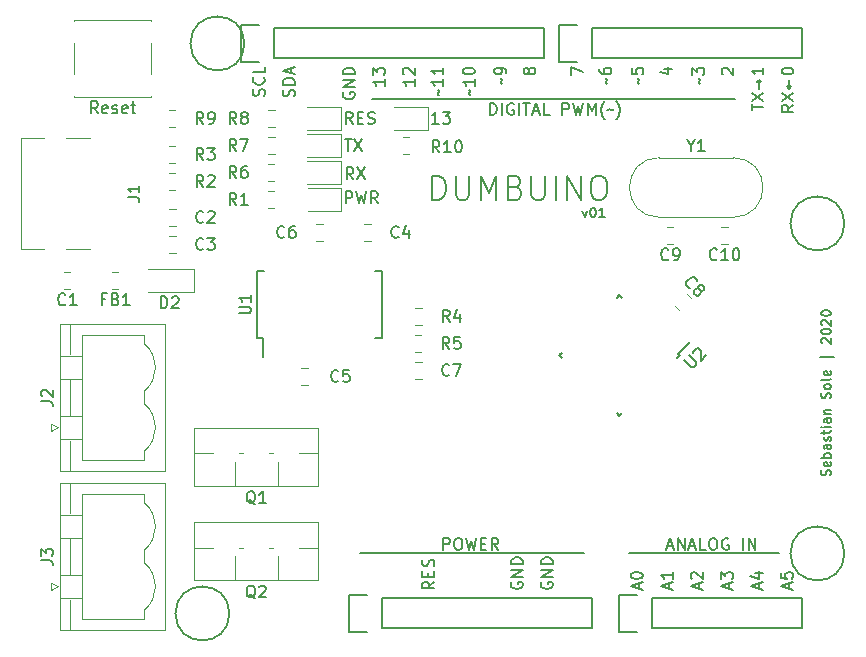
<source format=gbr>
%TF.GenerationSoftware,KiCad,Pcbnew,5.1.6*%
%TF.CreationDate,2020-09-23T15:23:14+12:00*%
%TF.ProjectId,dumbuino,64756d62-7569-46e6-9f2e-6b696361645f,v01*%
%TF.SameCoordinates,Original*%
%TF.FileFunction,Legend,Top*%
%TF.FilePolarity,Positive*%
%FSLAX46Y46*%
G04 Gerber Fmt 4.6, Leading zero omitted, Abs format (unit mm)*
G04 Created by KiCad (PCBNEW 5.1.6) date 2020-09-23 15:23:14*
%MOMM*%
%LPD*%
G01*
G04 APERTURE LIST*
%ADD10C,0.152400*%
%ADD11C,0.200000*%
%ADD12C,0.150000*%
%ADD13C,0.120000*%
G04 APERTURE END LIST*
D10*
X157147380Y-89741828D02*
X157340904Y-90283695D01*
X157534428Y-89741828D01*
X157998885Y-89470895D02*
X158076295Y-89470895D01*
X158153704Y-89509600D01*
X158192409Y-89548304D01*
X158231114Y-89625714D01*
X158269819Y-89780533D01*
X158269819Y-89974057D01*
X158231114Y-90128876D01*
X158192409Y-90206285D01*
X158153704Y-90244990D01*
X158076295Y-90283695D01*
X157998885Y-90283695D01*
X157921476Y-90244990D01*
X157882771Y-90206285D01*
X157844066Y-90128876D01*
X157805361Y-89974057D01*
X157805361Y-89780533D01*
X157844066Y-89625714D01*
X157882771Y-89548304D01*
X157921476Y-89509600D01*
X157998885Y-89470895D01*
X159043914Y-90283695D02*
X158579457Y-90283695D01*
X158811685Y-90283695D02*
X158811685Y-89470895D01*
X158734276Y-89587009D01*
X158656866Y-89664419D01*
X158579457Y-89703123D01*
X178128990Y-112143298D02*
X178167695Y-112027183D01*
X178167695Y-111833660D01*
X178128990Y-111756250D01*
X178090285Y-111717545D01*
X178012876Y-111678840D01*
X177935466Y-111678840D01*
X177858057Y-111717545D01*
X177819352Y-111756250D01*
X177780647Y-111833660D01*
X177741942Y-111988479D01*
X177703238Y-112065888D01*
X177664533Y-112104593D01*
X177587123Y-112143298D01*
X177509714Y-112143298D01*
X177432304Y-112104593D01*
X177393600Y-112065888D01*
X177354895Y-111988479D01*
X177354895Y-111794955D01*
X177393600Y-111678840D01*
X178128990Y-111020860D02*
X178167695Y-111098269D01*
X178167695Y-111253088D01*
X178128990Y-111330498D01*
X178051580Y-111369202D01*
X177741942Y-111369202D01*
X177664533Y-111330498D01*
X177625828Y-111253088D01*
X177625828Y-111098269D01*
X177664533Y-111020860D01*
X177741942Y-110982155D01*
X177819352Y-110982155D01*
X177896761Y-111369202D01*
X178167695Y-110633812D02*
X177354895Y-110633812D01*
X177664533Y-110633812D02*
X177625828Y-110556402D01*
X177625828Y-110401583D01*
X177664533Y-110324174D01*
X177703238Y-110285469D01*
X177780647Y-110246764D01*
X178012876Y-110246764D01*
X178090285Y-110285469D01*
X178128990Y-110324174D01*
X178167695Y-110401583D01*
X178167695Y-110556402D01*
X178128990Y-110633812D01*
X178167695Y-109550079D02*
X177741942Y-109550079D01*
X177664533Y-109588783D01*
X177625828Y-109666193D01*
X177625828Y-109821012D01*
X177664533Y-109898421D01*
X178128990Y-109550079D02*
X178167695Y-109627488D01*
X178167695Y-109821012D01*
X178128990Y-109898421D01*
X178051580Y-109937126D01*
X177974171Y-109937126D01*
X177896761Y-109898421D01*
X177858057Y-109821012D01*
X177858057Y-109627488D01*
X177819352Y-109550079D01*
X178128990Y-109201736D02*
X178167695Y-109124326D01*
X178167695Y-108969507D01*
X178128990Y-108892098D01*
X178051580Y-108853393D01*
X178012876Y-108853393D01*
X177935466Y-108892098D01*
X177896761Y-108969507D01*
X177896761Y-109085621D01*
X177858057Y-109163031D01*
X177780647Y-109201736D01*
X177741942Y-109201736D01*
X177664533Y-109163031D01*
X177625828Y-109085621D01*
X177625828Y-108969507D01*
X177664533Y-108892098D01*
X177625828Y-108621164D02*
X177625828Y-108311526D01*
X177354895Y-108505050D02*
X178051580Y-108505050D01*
X178128990Y-108466345D01*
X178167695Y-108388936D01*
X178167695Y-108311526D01*
X178167695Y-108040593D02*
X177625828Y-108040593D01*
X177354895Y-108040593D02*
X177393600Y-108079298D01*
X177432304Y-108040593D01*
X177393600Y-108001888D01*
X177354895Y-108040593D01*
X177432304Y-108040593D01*
X178167695Y-107305202D02*
X177741942Y-107305202D01*
X177664533Y-107343907D01*
X177625828Y-107421317D01*
X177625828Y-107576136D01*
X177664533Y-107653545D01*
X178128990Y-107305202D02*
X178167695Y-107382612D01*
X178167695Y-107576136D01*
X178128990Y-107653545D01*
X178051580Y-107692250D01*
X177974171Y-107692250D01*
X177896761Y-107653545D01*
X177858057Y-107576136D01*
X177858057Y-107382612D01*
X177819352Y-107305202D01*
X177625828Y-106918155D02*
X178167695Y-106918155D01*
X177703238Y-106918155D02*
X177664533Y-106879450D01*
X177625828Y-106802040D01*
X177625828Y-106685926D01*
X177664533Y-106608517D01*
X177741942Y-106569812D01*
X178167695Y-106569812D01*
X178128990Y-105602193D02*
X178167695Y-105486079D01*
X178167695Y-105292555D01*
X178128990Y-105215145D01*
X178090285Y-105176440D01*
X178012876Y-105137736D01*
X177935466Y-105137736D01*
X177858057Y-105176440D01*
X177819352Y-105215145D01*
X177780647Y-105292555D01*
X177741942Y-105447374D01*
X177703238Y-105524783D01*
X177664533Y-105563488D01*
X177587123Y-105602193D01*
X177509714Y-105602193D01*
X177432304Y-105563488D01*
X177393600Y-105524783D01*
X177354895Y-105447374D01*
X177354895Y-105253850D01*
X177393600Y-105137736D01*
X178167695Y-104673279D02*
X178128990Y-104750688D01*
X178090285Y-104789393D01*
X178012876Y-104828098D01*
X177780647Y-104828098D01*
X177703238Y-104789393D01*
X177664533Y-104750688D01*
X177625828Y-104673279D01*
X177625828Y-104557164D01*
X177664533Y-104479755D01*
X177703238Y-104441050D01*
X177780647Y-104402345D01*
X178012876Y-104402345D01*
X178090285Y-104441050D01*
X178128990Y-104479755D01*
X178167695Y-104557164D01*
X178167695Y-104673279D01*
X178167695Y-103937888D02*
X178128990Y-104015298D01*
X178051580Y-104054002D01*
X177354895Y-104054002D01*
X178128990Y-103318612D02*
X178167695Y-103396021D01*
X178167695Y-103550840D01*
X178128990Y-103628250D01*
X178051580Y-103666955D01*
X177741942Y-103666955D01*
X177664533Y-103628250D01*
X177625828Y-103550840D01*
X177625828Y-103396021D01*
X177664533Y-103318612D01*
X177741942Y-103279907D01*
X177819352Y-103279907D01*
X177896761Y-103666955D01*
X178438628Y-102118764D02*
X177277485Y-102118764D01*
X177432304Y-100957621D02*
X177393600Y-100918917D01*
X177354895Y-100841507D01*
X177354895Y-100647983D01*
X177393600Y-100570574D01*
X177432304Y-100531869D01*
X177509714Y-100493164D01*
X177587123Y-100493164D01*
X177703238Y-100531869D01*
X178167695Y-100996326D01*
X178167695Y-100493164D01*
X177354895Y-99990002D02*
X177354895Y-99912593D01*
X177393600Y-99835183D01*
X177432304Y-99796479D01*
X177509714Y-99757774D01*
X177664533Y-99719069D01*
X177858057Y-99719069D01*
X178012876Y-99757774D01*
X178090285Y-99796479D01*
X178128990Y-99835183D01*
X178167695Y-99912593D01*
X178167695Y-99990002D01*
X178128990Y-100067412D01*
X178090285Y-100106117D01*
X178012876Y-100144821D01*
X177858057Y-100183526D01*
X177664533Y-100183526D01*
X177509714Y-100144821D01*
X177432304Y-100106117D01*
X177393600Y-100067412D01*
X177354895Y-99990002D01*
X177432304Y-99409431D02*
X177393600Y-99370726D01*
X177354895Y-99293317D01*
X177354895Y-99099793D01*
X177393600Y-99022383D01*
X177432304Y-98983679D01*
X177509714Y-98944974D01*
X177587123Y-98944974D01*
X177703238Y-98983679D01*
X178167695Y-99448136D01*
X178167695Y-98944974D01*
X177354895Y-98441812D02*
X177354895Y-98364402D01*
X177393600Y-98286993D01*
X177432304Y-98248288D01*
X177509714Y-98209583D01*
X177664533Y-98170879D01*
X177858057Y-98170879D01*
X178012876Y-98209583D01*
X178090285Y-98248288D01*
X178128990Y-98286993D01*
X178167695Y-98364402D01*
X178167695Y-98441812D01*
X178128990Y-98519221D01*
X178090285Y-98557926D01*
X178012876Y-98596631D01*
X177858057Y-98635336D01*
X177664533Y-98635336D01*
X177509714Y-98596631D01*
X177432304Y-98557926D01*
X177393600Y-98519221D01*
X177354895Y-98441812D01*
D11*
X144431666Y-88788761D02*
X144431666Y-86788761D01*
X144907857Y-86788761D01*
X145193571Y-86884000D01*
X145384047Y-87074476D01*
X145479285Y-87264952D01*
X145574523Y-87645904D01*
X145574523Y-87931619D01*
X145479285Y-88312571D01*
X145384047Y-88503047D01*
X145193571Y-88693523D01*
X144907857Y-88788761D01*
X144431666Y-88788761D01*
X146431666Y-86788761D02*
X146431666Y-88407809D01*
X146526904Y-88598285D01*
X146622142Y-88693523D01*
X146812619Y-88788761D01*
X147193571Y-88788761D01*
X147384047Y-88693523D01*
X147479285Y-88598285D01*
X147574523Y-88407809D01*
X147574523Y-86788761D01*
X148526904Y-88788761D02*
X148526904Y-86788761D01*
X149193571Y-88217333D01*
X149860238Y-86788761D01*
X149860238Y-88788761D01*
X151479285Y-87741142D02*
X151765000Y-87836380D01*
X151860238Y-87931619D01*
X151955476Y-88122095D01*
X151955476Y-88407809D01*
X151860238Y-88598285D01*
X151765000Y-88693523D01*
X151574523Y-88788761D01*
X150812619Y-88788761D01*
X150812619Y-86788761D01*
X151479285Y-86788761D01*
X151669761Y-86884000D01*
X151765000Y-86979238D01*
X151860238Y-87169714D01*
X151860238Y-87360190D01*
X151765000Y-87550666D01*
X151669761Y-87645904D01*
X151479285Y-87741142D01*
X150812619Y-87741142D01*
X152812619Y-86788761D02*
X152812619Y-88407809D01*
X152907857Y-88598285D01*
X153003095Y-88693523D01*
X153193571Y-88788761D01*
X153574523Y-88788761D01*
X153765000Y-88693523D01*
X153860238Y-88598285D01*
X153955476Y-88407809D01*
X153955476Y-86788761D01*
X154907857Y-88788761D02*
X154907857Y-86788761D01*
X155860238Y-88788761D02*
X155860238Y-86788761D01*
X157003095Y-88788761D01*
X157003095Y-86788761D01*
X158336428Y-86788761D02*
X158717380Y-86788761D01*
X158907857Y-86884000D01*
X159098333Y-87074476D01*
X159193571Y-87455428D01*
X159193571Y-88122095D01*
X159098333Y-88503047D01*
X158907857Y-88693523D01*
X158717380Y-88788761D01*
X158336428Y-88788761D01*
X158145952Y-88693523D01*
X157955476Y-88503047D01*
X157860238Y-88122095D01*
X157860238Y-87455428D01*
X157955476Y-87074476D01*
X158145952Y-86884000D01*
X158336428Y-86788761D01*
D10*
X161100000Y-118745000D02*
X173800000Y-118745000D01*
X138300000Y-118745000D02*
X157300000Y-118745000D01*
D12*
X174664666Y-121745285D02*
X174664666Y-121269095D01*
X174950380Y-121840523D02*
X173950380Y-121507190D01*
X174950380Y-121173857D01*
X173950380Y-120364333D02*
X173950380Y-120840523D01*
X174426571Y-120888142D01*
X174378952Y-120840523D01*
X174331333Y-120745285D01*
X174331333Y-120507190D01*
X174378952Y-120411952D01*
X174426571Y-120364333D01*
X174521809Y-120316714D01*
X174759904Y-120316714D01*
X174855142Y-120364333D01*
X174902761Y-120411952D01*
X174950380Y-120507190D01*
X174950380Y-120745285D01*
X174902761Y-120840523D01*
X174855142Y-120888142D01*
X172124666Y-121745285D02*
X172124666Y-121269095D01*
X172410380Y-121840523D02*
X171410380Y-121507190D01*
X172410380Y-121173857D01*
X171743714Y-120411952D02*
X172410380Y-120411952D01*
X171362761Y-120650047D02*
X172077047Y-120888142D01*
X172077047Y-120269095D01*
X169584666Y-121745285D02*
X169584666Y-121269095D01*
X169870380Y-121840523D02*
X168870380Y-121507190D01*
X169870380Y-121173857D01*
X168870380Y-120935761D02*
X168870380Y-120316714D01*
X169251333Y-120650047D01*
X169251333Y-120507190D01*
X169298952Y-120411952D01*
X169346571Y-120364333D01*
X169441809Y-120316714D01*
X169679904Y-120316714D01*
X169775142Y-120364333D01*
X169822761Y-120411952D01*
X169870380Y-120507190D01*
X169870380Y-120792904D01*
X169822761Y-120888142D01*
X169775142Y-120935761D01*
X167044666Y-121745285D02*
X167044666Y-121269095D01*
X167330380Y-121840523D02*
X166330380Y-121507190D01*
X167330380Y-121173857D01*
X166425619Y-120888142D02*
X166378000Y-120840523D01*
X166330380Y-120745285D01*
X166330380Y-120507190D01*
X166378000Y-120411952D01*
X166425619Y-120364333D01*
X166520857Y-120316714D01*
X166616095Y-120316714D01*
X166758952Y-120364333D01*
X167330380Y-120935761D01*
X167330380Y-120316714D01*
X164504666Y-121745285D02*
X164504666Y-121269095D01*
X164790380Y-121840523D02*
X163790380Y-121507190D01*
X164790380Y-121173857D01*
X164790380Y-120316714D02*
X164790380Y-120888142D01*
X164790380Y-120602428D02*
X163790380Y-120602428D01*
X163933238Y-120697666D01*
X164028476Y-120792904D01*
X164076095Y-120888142D01*
X161964666Y-121745285D02*
X161964666Y-121269095D01*
X162250380Y-121840523D02*
X161250380Y-121507190D01*
X162250380Y-121173857D01*
X161250380Y-120650047D02*
X161250380Y-120554809D01*
X161298000Y-120459571D01*
X161345619Y-120411952D01*
X161440857Y-120364333D01*
X161631333Y-120316714D01*
X161869428Y-120316714D01*
X162059904Y-120364333D01*
X162155142Y-120411952D01*
X162202761Y-120459571D01*
X162250380Y-120554809D01*
X162250380Y-120650047D01*
X162202761Y-120745285D01*
X162155142Y-120792904D01*
X162059904Y-120840523D01*
X161869428Y-120888142D01*
X161631333Y-120888142D01*
X161440857Y-120840523D01*
X161345619Y-120792904D01*
X161298000Y-120745285D01*
X161250380Y-120650047D01*
X144597380Y-121126238D02*
X144121190Y-121459571D01*
X144597380Y-121697667D02*
X143597380Y-121697667D01*
X143597380Y-121316714D01*
X143645000Y-121221476D01*
X143692619Y-121173857D01*
X143787857Y-121126238D01*
X143930714Y-121126238D01*
X144025952Y-121173857D01*
X144073571Y-121221476D01*
X144121190Y-121316714D01*
X144121190Y-121697667D01*
X144073571Y-120697667D02*
X144073571Y-120364333D01*
X144597380Y-120221476D02*
X144597380Y-120697667D01*
X143597380Y-120697667D01*
X143597380Y-120221476D01*
X144549761Y-119840524D02*
X144597380Y-119697667D01*
X144597380Y-119459571D01*
X144549761Y-119364333D01*
X144502142Y-119316714D01*
X144406904Y-119269095D01*
X144311666Y-119269095D01*
X144216428Y-119316714D01*
X144168809Y-119364333D01*
X144121190Y-119459571D01*
X144073571Y-119650048D01*
X144025952Y-119745286D01*
X143978333Y-119792905D01*
X143883095Y-119840524D01*
X143787857Y-119840524D01*
X143692619Y-119792905D01*
X143645000Y-119745286D01*
X143597380Y-119650048D01*
X143597380Y-119411952D01*
X143645000Y-119269095D01*
X153678000Y-121173857D02*
X153630380Y-121269095D01*
X153630380Y-121411953D01*
X153678000Y-121554810D01*
X153773238Y-121650048D01*
X153868476Y-121697667D01*
X154058952Y-121745286D01*
X154201809Y-121745286D01*
X154392285Y-121697667D01*
X154487523Y-121650048D01*
X154582761Y-121554810D01*
X154630380Y-121411953D01*
X154630380Y-121316714D01*
X154582761Y-121173857D01*
X154535142Y-121126238D01*
X154201809Y-121126238D01*
X154201809Y-121316714D01*
X154630380Y-120697667D02*
X153630380Y-120697667D01*
X154630380Y-120126238D01*
X153630380Y-120126238D01*
X154630380Y-119650048D02*
X153630380Y-119650048D01*
X153630380Y-119411953D01*
X153678000Y-119269095D01*
X153773238Y-119173857D01*
X153868476Y-119126238D01*
X154058952Y-119078619D01*
X154201809Y-119078619D01*
X154392285Y-119126238D01*
X154487523Y-119173857D01*
X154582761Y-119269095D01*
X154630380Y-119411953D01*
X154630380Y-119650048D01*
X151138000Y-121173857D02*
X151090380Y-121269095D01*
X151090380Y-121411953D01*
X151138000Y-121554810D01*
X151233238Y-121650048D01*
X151328476Y-121697667D01*
X151518952Y-121745286D01*
X151661809Y-121745286D01*
X151852285Y-121697667D01*
X151947523Y-121650048D01*
X152042761Y-121554810D01*
X152090380Y-121411953D01*
X152090380Y-121316714D01*
X152042761Y-121173857D01*
X151995142Y-121126238D01*
X151661809Y-121126238D01*
X151661809Y-121316714D01*
X152090380Y-120697667D02*
X151090380Y-120697667D01*
X152090380Y-120126238D01*
X151090380Y-120126238D01*
X152090380Y-119650048D02*
X151090380Y-119650048D01*
X151090380Y-119411953D01*
X151138000Y-119269095D01*
X151233238Y-119173857D01*
X151328476Y-119126238D01*
X151518952Y-119078619D01*
X151661809Y-119078619D01*
X151852285Y-119126238D01*
X151947523Y-119173857D01*
X152042761Y-119269095D01*
X152090380Y-119411953D01*
X152090380Y-119650048D01*
X145354476Y-118435380D02*
X145354476Y-117435380D01*
X145735428Y-117435380D01*
X145830666Y-117483000D01*
X145878285Y-117530619D01*
X145925904Y-117625857D01*
X145925904Y-117768714D01*
X145878285Y-117863952D01*
X145830666Y-117911571D01*
X145735428Y-117959190D01*
X145354476Y-117959190D01*
X146544952Y-117435380D02*
X146735428Y-117435380D01*
X146830666Y-117483000D01*
X146925904Y-117578238D01*
X146973523Y-117768714D01*
X146973523Y-118102047D01*
X146925904Y-118292523D01*
X146830666Y-118387761D01*
X146735428Y-118435380D01*
X146544952Y-118435380D01*
X146449714Y-118387761D01*
X146354476Y-118292523D01*
X146306857Y-118102047D01*
X146306857Y-117768714D01*
X146354476Y-117578238D01*
X146449714Y-117483000D01*
X146544952Y-117435380D01*
X147306857Y-117435380D02*
X147544952Y-118435380D01*
X147735428Y-117721095D01*
X147925904Y-118435380D01*
X148164000Y-117435380D01*
X148544952Y-117911571D02*
X148878285Y-117911571D01*
X149021142Y-118435380D02*
X148544952Y-118435380D01*
X148544952Y-117435380D01*
X149021142Y-117435380D01*
X150021142Y-118435380D02*
X149687809Y-117959190D01*
X149449714Y-118435380D02*
X149449714Y-117435380D01*
X149830666Y-117435380D01*
X149925904Y-117483000D01*
X149973523Y-117530619D01*
X150021142Y-117625857D01*
X150021142Y-117768714D01*
X149973523Y-117863952D01*
X149925904Y-117911571D01*
X149830666Y-117959190D01*
X149449714Y-117959190D01*
X164312095Y-118149666D02*
X164788285Y-118149666D01*
X164216857Y-118435380D02*
X164550190Y-117435380D01*
X164883523Y-118435380D01*
X165216857Y-118435380D02*
X165216857Y-117435380D01*
X165788285Y-118435380D01*
X165788285Y-117435380D01*
X166216857Y-118149666D02*
X166693047Y-118149666D01*
X166121619Y-118435380D02*
X166454952Y-117435380D01*
X166788285Y-118435380D01*
X167597809Y-118435380D02*
X167121619Y-118435380D01*
X167121619Y-117435380D01*
X168121619Y-117435380D02*
X168312095Y-117435380D01*
X168407333Y-117483000D01*
X168502571Y-117578238D01*
X168550190Y-117768714D01*
X168550190Y-118102047D01*
X168502571Y-118292523D01*
X168407333Y-118387761D01*
X168312095Y-118435380D01*
X168121619Y-118435380D01*
X168026380Y-118387761D01*
X167931142Y-118292523D01*
X167883523Y-118102047D01*
X167883523Y-117768714D01*
X167931142Y-117578238D01*
X168026380Y-117483000D01*
X168121619Y-117435380D01*
X169502571Y-117483000D02*
X169407333Y-117435380D01*
X169264476Y-117435380D01*
X169121619Y-117483000D01*
X169026380Y-117578238D01*
X168978761Y-117673476D01*
X168931142Y-117863952D01*
X168931142Y-118006809D01*
X168978761Y-118197285D01*
X169026380Y-118292523D01*
X169121619Y-118387761D01*
X169264476Y-118435380D01*
X169359714Y-118435380D01*
X169502571Y-118387761D01*
X169550190Y-118340142D01*
X169550190Y-118006809D01*
X169359714Y-118006809D01*
X170740666Y-118435380D02*
X170740666Y-117435380D01*
X171216857Y-118435380D02*
X171216857Y-117435380D01*
X171788285Y-118435380D01*
X171788285Y-117435380D01*
D10*
X139350000Y-80254000D02*
X170100000Y-80254000D01*
D12*
X175013880Y-80763809D02*
X174537690Y-81097143D01*
X175013880Y-81335238D02*
X174013880Y-81335238D01*
X174013880Y-80954285D01*
X174061500Y-80859047D01*
X174109119Y-80811428D01*
X174204357Y-80763809D01*
X174347214Y-80763809D01*
X174442452Y-80811428D01*
X174490071Y-80859047D01*
X174537690Y-80954285D01*
X174537690Y-81335238D01*
X174013880Y-80430476D02*
X175013880Y-79763809D01*
X174013880Y-79763809D02*
X175013880Y-80430476D01*
X174632928Y-78620952D02*
X174632928Y-79382857D01*
X174823404Y-79192381D02*
X174632928Y-79382857D01*
X174442452Y-79192381D01*
X174013880Y-77954285D02*
X174013880Y-77859047D01*
X174061500Y-77763809D01*
X174109119Y-77716190D01*
X174204357Y-77668571D01*
X174394833Y-77620952D01*
X174632928Y-77620952D01*
X174823404Y-77668571D01*
X174918642Y-77716190D01*
X174966261Y-77763809D01*
X175013880Y-77859047D01*
X175013880Y-77954285D01*
X174966261Y-78049524D01*
X174918642Y-78097143D01*
X174823404Y-78144762D01*
X174632928Y-78192381D01*
X174394833Y-78192381D01*
X174204357Y-78144762D01*
X174109119Y-78097143D01*
X174061500Y-78049524D01*
X174013880Y-77954285D01*
X171473880Y-81239999D02*
X171473880Y-80668571D01*
X172473880Y-80954285D02*
X171473880Y-80954285D01*
X171473880Y-80430476D02*
X172473880Y-79763809D01*
X171473880Y-79763809D02*
X172473880Y-80430476D01*
X172092928Y-79382857D02*
X172092928Y-78620952D01*
X172283404Y-78811428D02*
X172092928Y-78620952D01*
X171902452Y-78811428D01*
X172473880Y-77620952D02*
X172473880Y-78192380D01*
X172473880Y-77906666D02*
X171473880Y-77906666D01*
X171616738Y-78001904D01*
X171711976Y-78097142D01*
X171759595Y-78192380D01*
X169029119Y-78192381D02*
X168981500Y-78144762D01*
X168933880Y-78049524D01*
X168933880Y-77811428D01*
X168981500Y-77716190D01*
X169029119Y-77668571D01*
X169124357Y-77620952D01*
X169219595Y-77620952D01*
X169362452Y-77668571D01*
X169933880Y-78240000D01*
X169933880Y-77620952D01*
X167076428Y-79001905D02*
X167028809Y-78954286D01*
X166981190Y-78859048D01*
X167076428Y-78668571D01*
X167028809Y-78573333D01*
X166981190Y-78525714D01*
X166457380Y-78240000D02*
X166457380Y-77620952D01*
X166838333Y-77954286D01*
X166838333Y-77811429D01*
X166885952Y-77716190D01*
X166933571Y-77668571D01*
X167028809Y-77620952D01*
X167266904Y-77620952D01*
X167362142Y-77668571D01*
X167409761Y-77716190D01*
X167457380Y-77811429D01*
X167457380Y-78097143D01*
X167409761Y-78192381D01*
X167362142Y-78240000D01*
X164060214Y-77716190D02*
X164726880Y-77716190D01*
X163679261Y-77954286D02*
X164393547Y-78192381D01*
X164393547Y-77573333D01*
X161932928Y-79001905D02*
X161885309Y-78954286D01*
X161837690Y-78859048D01*
X161932928Y-78668571D01*
X161885309Y-78573333D01*
X161837690Y-78525714D01*
X161313880Y-77668571D02*
X161313880Y-78144762D01*
X161790071Y-78192381D01*
X161742452Y-78144762D01*
X161694833Y-78049524D01*
X161694833Y-77811429D01*
X161742452Y-77716190D01*
X161790071Y-77668571D01*
X161885309Y-77620952D01*
X162123404Y-77620952D01*
X162218642Y-77668571D01*
X162266261Y-77716190D01*
X162313880Y-77811429D01*
X162313880Y-78049524D01*
X162266261Y-78144762D01*
X162218642Y-78192381D01*
X159202428Y-79001905D02*
X159154809Y-78954286D01*
X159107190Y-78859048D01*
X159202428Y-78668571D01*
X159154809Y-78573333D01*
X159107190Y-78525714D01*
X158583380Y-77716190D02*
X158583380Y-77906667D01*
X158631000Y-78001905D01*
X158678619Y-78049524D01*
X158821476Y-78144762D01*
X159011952Y-78192381D01*
X159392904Y-78192381D01*
X159488142Y-78144762D01*
X159535761Y-78097143D01*
X159583380Y-78001905D01*
X159583380Y-77811429D01*
X159535761Y-77716190D01*
X159488142Y-77668571D01*
X159392904Y-77620952D01*
X159154809Y-77620952D01*
X159059571Y-77668571D01*
X159011952Y-77716190D01*
X158964333Y-77811429D01*
X158964333Y-78001905D01*
X159011952Y-78097143D01*
X159059571Y-78144762D01*
X159154809Y-78192381D01*
X156170380Y-78240000D02*
X156170380Y-77573333D01*
X157170380Y-78001905D01*
X152598452Y-78001905D02*
X152550833Y-78097143D01*
X152503214Y-78144762D01*
X152407976Y-78192381D01*
X152360357Y-78192381D01*
X152265119Y-78144762D01*
X152217500Y-78097143D01*
X152169880Y-78001905D01*
X152169880Y-77811428D01*
X152217500Y-77716190D01*
X152265119Y-77668571D01*
X152360357Y-77620952D01*
X152407976Y-77620952D01*
X152503214Y-77668571D01*
X152550833Y-77716190D01*
X152598452Y-77811428D01*
X152598452Y-78001905D01*
X152646071Y-78097143D01*
X152693690Y-78144762D01*
X152788928Y-78192381D01*
X152979404Y-78192381D01*
X153074642Y-78144762D01*
X153122261Y-78097143D01*
X153169880Y-78001905D01*
X153169880Y-77811428D01*
X153122261Y-77716190D01*
X153074642Y-77668571D01*
X152979404Y-77620952D01*
X152788928Y-77620952D01*
X152693690Y-77668571D01*
X152646071Y-77716190D01*
X152598452Y-77811428D01*
X150312428Y-79001905D02*
X150264809Y-78954286D01*
X150217190Y-78859048D01*
X150312428Y-78668571D01*
X150264809Y-78573333D01*
X150217190Y-78525714D01*
X150693380Y-78097143D02*
X150693380Y-77906667D01*
X150645761Y-77811429D01*
X150598142Y-77763810D01*
X150455285Y-77668571D01*
X150264809Y-77620952D01*
X149883857Y-77620952D01*
X149788619Y-77668571D01*
X149741000Y-77716190D01*
X149693380Y-77811429D01*
X149693380Y-78001905D01*
X149741000Y-78097143D01*
X149788619Y-78144762D01*
X149883857Y-78192381D01*
X150121952Y-78192381D01*
X150217190Y-78144762D01*
X150264809Y-78097143D01*
X150312428Y-78001905D01*
X150312428Y-77811429D01*
X150264809Y-77716190D01*
X150217190Y-77668571D01*
X150121952Y-77620952D01*
X147645428Y-79954285D02*
X147597809Y-79906666D01*
X147550190Y-79811428D01*
X147645428Y-79620952D01*
X147597809Y-79525714D01*
X147550190Y-79478095D01*
X148026380Y-78573333D02*
X148026380Y-79144761D01*
X148026380Y-78859047D02*
X147026380Y-78859047D01*
X147169238Y-78954285D01*
X147264476Y-79049523D01*
X147312095Y-79144761D01*
X147026380Y-77954285D02*
X147026380Y-77859047D01*
X147074000Y-77763809D01*
X147121619Y-77716190D01*
X147216857Y-77668571D01*
X147407333Y-77620952D01*
X147645428Y-77620952D01*
X147835904Y-77668571D01*
X147931142Y-77716190D01*
X147978761Y-77763809D01*
X148026380Y-77859047D01*
X148026380Y-77954285D01*
X147978761Y-78049523D01*
X147931142Y-78097142D01*
X147835904Y-78144761D01*
X147645428Y-78192380D01*
X147407333Y-78192380D01*
X147216857Y-78144761D01*
X147121619Y-78097142D01*
X147074000Y-78049523D01*
X147026380Y-77954285D01*
X144978428Y-79954285D02*
X144930809Y-79906666D01*
X144883190Y-79811428D01*
X144978428Y-79620952D01*
X144930809Y-79525714D01*
X144883190Y-79478095D01*
X145359380Y-78573333D02*
X145359380Y-79144761D01*
X145359380Y-78859047D02*
X144359380Y-78859047D01*
X144502238Y-78954285D01*
X144597476Y-79049523D01*
X144645095Y-79144761D01*
X145359380Y-77620952D02*
X145359380Y-78192380D01*
X145359380Y-77906666D02*
X144359380Y-77906666D01*
X144502238Y-78001904D01*
X144597476Y-78097142D01*
X144645095Y-78192380D01*
X142946380Y-78573333D02*
X142946380Y-79144761D01*
X142946380Y-78859047D02*
X141946380Y-78859047D01*
X142089238Y-78954285D01*
X142184476Y-79049523D01*
X142232095Y-79144761D01*
X142041619Y-78192380D02*
X141994000Y-78144761D01*
X141946380Y-78049523D01*
X141946380Y-77811428D01*
X141994000Y-77716190D01*
X142041619Y-77668571D01*
X142136857Y-77620952D01*
X142232095Y-77620952D01*
X142374952Y-77668571D01*
X142946380Y-78239999D01*
X142946380Y-77620952D01*
X140406380Y-78573333D02*
X140406380Y-79144761D01*
X140406380Y-78859047D02*
X139406380Y-78859047D01*
X139549238Y-78954285D01*
X139644476Y-79049523D01*
X139692095Y-79144761D01*
X139406380Y-78239999D02*
X139406380Y-77620952D01*
X139787333Y-77954285D01*
X139787333Y-77811428D01*
X139834952Y-77716190D01*
X139882571Y-77668571D01*
X139977809Y-77620952D01*
X140215904Y-77620952D01*
X140311142Y-77668571D01*
X140358761Y-77716190D01*
X140406380Y-77811428D01*
X140406380Y-78097142D01*
X140358761Y-78192380D01*
X140311142Y-78239999D01*
X136914000Y-79716190D02*
X136866380Y-79811428D01*
X136866380Y-79954286D01*
X136914000Y-80097143D01*
X137009238Y-80192381D01*
X137104476Y-80240000D01*
X137294952Y-80287619D01*
X137437809Y-80287619D01*
X137628285Y-80240000D01*
X137723523Y-80192381D01*
X137818761Y-80097143D01*
X137866380Y-79954286D01*
X137866380Y-79859047D01*
X137818761Y-79716190D01*
X137771142Y-79668571D01*
X137437809Y-79668571D01*
X137437809Y-79859047D01*
X137866380Y-79240000D02*
X136866380Y-79240000D01*
X137866380Y-78668571D01*
X136866380Y-78668571D01*
X137866380Y-78192381D02*
X136866380Y-78192381D01*
X136866380Y-77954286D01*
X136914000Y-77811428D01*
X137009238Y-77716190D01*
X137104476Y-77668571D01*
X137294952Y-77620952D01*
X137437809Y-77620952D01*
X137628285Y-77668571D01*
X137723523Y-77716190D01*
X137818761Y-77811428D01*
X137866380Y-77954286D01*
X137866380Y-78192381D01*
X132738761Y-80049523D02*
X132786380Y-79906666D01*
X132786380Y-79668571D01*
X132738761Y-79573333D01*
X132691142Y-79525714D01*
X132595904Y-79478095D01*
X132500666Y-79478095D01*
X132405428Y-79525714D01*
X132357809Y-79573333D01*
X132310190Y-79668571D01*
X132262571Y-79859047D01*
X132214952Y-79954285D01*
X132167333Y-80001904D01*
X132072095Y-80049523D01*
X131976857Y-80049523D01*
X131881619Y-80001904D01*
X131834000Y-79954285D01*
X131786380Y-79859047D01*
X131786380Y-79620952D01*
X131834000Y-79478095D01*
X132786380Y-79049523D02*
X131786380Y-79049523D01*
X131786380Y-78811428D01*
X131834000Y-78668571D01*
X131929238Y-78573333D01*
X132024476Y-78525714D01*
X132214952Y-78478095D01*
X132357809Y-78478095D01*
X132548285Y-78525714D01*
X132643523Y-78573333D01*
X132738761Y-78668571D01*
X132786380Y-78811428D01*
X132786380Y-79049523D01*
X132500666Y-78097142D02*
X132500666Y-77620952D01*
X132786380Y-78192380D02*
X131786380Y-77859047D01*
X132786380Y-77525714D01*
X130198761Y-80001905D02*
X130246380Y-79859048D01*
X130246380Y-79620952D01*
X130198761Y-79525714D01*
X130151142Y-79478095D01*
X130055904Y-79430476D01*
X129960666Y-79430476D01*
X129865428Y-79478095D01*
X129817809Y-79525714D01*
X129770190Y-79620952D01*
X129722571Y-79811429D01*
X129674952Y-79906667D01*
X129627333Y-79954286D01*
X129532095Y-80001905D01*
X129436857Y-80001905D01*
X129341619Y-79954286D01*
X129294000Y-79906667D01*
X129246380Y-79811429D01*
X129246380Y-79573333D01*
X129294000Y-79430476D01*
X130151142Y-78430476D02*
X130198761Y-78478095D01*
X130246380Y-78620952D01*
X130246380Y-78716190D01*
X130198761Y-78859048D01*
X130103523Y-78954286D01*
X130008285Y-79001905D01*
X129817809Y-79049524D01*
X129674952Y-79049524D01*
X129484476Y-79001905D01*
X129389238Y-78954286D01*
X129294000Y-78859048D01*
X129246380Y-78716190D01*
X129246380Y-78620952D01*
X129294000Y-78478095D01*
X129341619Y-78430476D01*
X130246380Y-77525714D02*
X130246380Y-78001905D01*
X129246380Y-78001905D01*
X149313000Y-81605380D02*
X149313000Y-80605380D01*
X149551095Y-80605380D01*
X149693952Y-80653000D01*
X149789190Y-80748238D01*
X149836809Y-80843476D01*
X149884428Y-81033952D01*
X149884428Y-81176809D01*
X149836809Y-81367285D01*
X149789190Y-81462523D01*
X149693952Y-81557761D01*
X149551095Y-81605380D01*
X149313000Y-81605380D01*
X150313000Y-81605380D02*
X150313000Y-80605380D01*
X151313000Y-80653000D02*
X151217761Y-80605380D01*
X151074904Y-80605380D01*
X150932047Y-80653000D01*
X150836809Y-80748238D01*
X150789190Y-80843476D01*
X150741571Y-81033952D01*
X150741571Y-81176809D01*
X150789190Y-81367285D01*
X150836809Y-81462523D01*
X150932047Y-81557761D01*
X151074904Y-81605380D01*
X151170142Y-81605380D01*
X151313000Y-81557761D01*
X151360619Y-81510142D01*
X151360619Y-81176809D01*
X151170142Y-81176809D01*
X151789190Y-81605380D02*
X151789190Y-80605380D01*
X152122523Y-80605380D02*
X152693952Y-80605380D01*
X152408238Y-81605380D02*
X152408238Y-80605380D01*
X152979666Y-81319666D02*
X153455857Y-81319666D01*
X152884428Y-81605380D02*
X153217761Y-80605380D01*
X153551095Y-81605380D01*
X154360619Y-81605380D02*
X153884428Y-81605380D01*
X153884428Y-80605380D01*
X155455857Y-81605380D02*
X155455857Y-80605380D01*
X155836809Y-80605380D01*
X155932047Y-80653000D01*
X155979666Y-80700619D01*
X156027285Y-80795857D01*
X156027285Y-80938714D01*
X155979666Y-81033952D01*
X155932047Y-81081571D01*
X155836809Y-81129190D01*
X155455857Y-81129190D01*
X156360619Y-80605380D02*
X156598714Y-81605380D01*
X156789190Y-80891095D01*
X156979666Y-81605380D01*
X157217761Y-80605380D01*
X157598714Y-81605380D02*
X157598714Y-80605380D01*
X157932047Y-81319666D01*
X158265380Y-80605380D01*
X158265380Y-81605380D01*
X159027285Y-81986333D02*
X158979666Y-81938714D01*
X158884428Y-81795857D01*
X158836809Y-81700619D01*
X158789190Y-81557761D01*
X158741571Y-81319666D01*
X158741571Y-81129190D01*
X158789190Y-80891095D01*
X158836809Y-80748238D01*
X158884428Y-80653000D01*
X158979666Y-80510142D01*
X159027285Y-80462523D01*
X159265380Y-81224428D02*
X159313000Y-81176809D01*
X159408238Y-81129190D01*
X159598714Y-81224428D01*
X159693952Y-81176809D01*
X159741571Y-81129190D01*
X160027285Y-81986333D02*
X160074904Y-81938714D01*
X160170142Y-81795857D01*
X160217761Y-81700619D01*
X160265380Y-81557761D01*
X160313000Y-81319666D01*
X160313000Y-81129190D01*
X160265380Y-80891095D01*
X160217761Y-80748238D01*
X160170142Y-80653000D01*
X160074904Y-80510142D01*
X160027285Y-80462523D01*
D13*
%TO.C,J3*%
X112946000Y-125189000D02*
X121766000Y-125189000D01*
X121766000Y-125189000D02*
X121766000Y-112809000D01*
X121766000Y-112809000D02*
X112946000Y-112809000D01*
X112946000Y-112809000D02*
X112946000Y-125189000D01*
X113756000Y-125189000D02*
X113756000Y-122649000D01*
X113756000Y-112809000D02*
X113756000Y-115349000D01*
X113756000Y-120539000D02*
X113756000Y-117459000D01*
X114756000Y-122539000D02*
X112946000Y-122539000D01*
X112946000Y-122539000D02*
X112946000Y-120539000D01*
X112946000Y-120539000D02*
X114756000Y-120539000D01*
X114756000Y-120539000D02*
X114756000Y-122539000D01*
X114756000Y-117459000D02*
X112946000Y-117459000D01*
X112946000Y-117459000D02*
X112946000Y-115459000D01*
X112946000Y-115459000D02*
X114756000Y-115459000D01*
X114756000Y-115459000D02*
X114756000Y-117459000D01*
X120056000Y-119539000D02*
X120056000Y-118459000D01*
X120056000Y-123539000D02*
X120056000Y-124279000D01*
X120056000Y-124279000D02*
X114756000Y-124279000D01*
X114756000Y-124279000D02*
X114756000Y-113719000D01*
X114756000Y-113719000D02*
X120056000Y-113719000D01*
X120056000Y-113719000D02*
X120056000Y-114459000D01*
X112146000Y-121239000D02*
X112746000Y-121539000D01*
X112746000Y-121539000D02*
X112146000Y-121839000D01*
X112146000Y-121839000D02*
X112146000Y-121239000D01*
X120071821Y-114472159D02*
G75*
G02*
X120056000Y-118459000I-1665821J-1986841D01*
G01*
X120071821Y-119552159D02*
G75*
G02*
X120056000Y-123539000I-1665821J-1986841D01*
G01*
%TO.C,J1*%
X111538000Y-83565000D02*
X109638000Y-83565000D01*
X115438000Y-83565000D02*
X113438000Y-83565000D01*
X111538000Y-92965000D02*
X109638000Y-92965000D01*
X115438000Y-92965000D02*
X113438000Y-92965000D01*
X109638000Y-83565000D02*
X109638000Y-92965000D01*
D12*
%TO.C,U2*%
X165241425Y-101821901D02*
X166249052Y-100814274D01*
X160274000Y-107107524D02*
X160503810Y-106877714D01*
X155147476Y-101981000D02*
X155377286Y-101751190D01*
X160274000Y-96854476D02*
X160044190Y-97084286D01*
X165400524Y-101981000D02*
X165170714Y-102210810D01*
X160274000Y-96854476D02*
X160503810Y-97084286D01*
X155147476Y-101981000D02*
X155377286Y-102210810D01*
X160274000Y-107107524D02*
X160044190Y-106877714D01*
X165400524Y-101981000D02*
X165241425Y-101821901D01*
D13*
%TO.C,Y1*%
X163653000Y-90282000D02*
X169903000Y-90282000D01*
X163653000Y-85232000D02*
X169903000Y-85232000D01*
X163653000Y-90282000D02*
G75*
G02*
X163653000Y-85232000I0J2525000D01*
G01*
X169903000Y-90282000D02*
G75*
G03*
X169903000Y-85232000I0J2525000D01*
G01*
D12*
%TO.C,U1*%
X129549000Y-100538000D02*
X130124000Y-100538000D01*
X129549000Y-94788000D02*
X130199000Y-94788000D01*
X140199000Y-94788000D02*
X139549000Y-94788000D01*
X140199000Y-100538000D02*
X139549000Y-100538000D01*
X129549000Y-100538000D02*
X129549000Y-94788000D01*
X140199000Y-100538000D02*
X140199000Y-94788000D01*
X130124000Y-100538000D02*
X130124000Y-102138000D01*
D13*
%TO.C,Reset*%
X120578000Y-73605000D02*
X120578000Y-73635000D01*
X120578000Y-80065000D02*
X120578000Y-80035000D01*
X114118000Y-80065000D02*
X114118000Y-80035000D01*
X114118000Y-73635000D02*
X114118000Y-73605000D01*
X120578000Y-75535000D02*
X120578000Y-78135000D01*
X114118000Y-73605000D02*
X120578000Y-73605000D01*
X114118000Y-75535000D02*
X114118000Y-78135000D01*
X114118000Y-80065000D02*
X120578000Y-80065000D01*
%TO.C,R10*%
X142492252Y-84911000D02*
X141969748Y-84911000D01*
X142492252Y-83491000D02*
X141969748Y-83491000D01*
%TO.C,R9*%
X122157748Y-81205000D02*
X122680252Y-81205000D01*
X122157748Y-82625000D02*
X122680252Y-82625000D01*
%TO.C,R8*%
X130557748Y-81205000D02*
X131080252Y-81205000D01*
X130557748Y-82625000D02*
X131080252Y-82625000D01*
%TO.C,R7*%
X130557748Y-83491000D02*
X131080252Y-83491000D01*
X130557748Y-84911000D02*
X131080252Y-84911000D01*
%TO.C,R6*%
X130539748Y-85777000D02*
X131062252Y-85777000D01*
X130539748Y-87197000D02*
X131062252Y-87197000D01*
%TO.C,R5*%
X143517252Y-101675000D02*
X142994748Y-101675000D01*
X143517252Y-100255000D02*
X142994748Y-100255000D01*
%TO.C,R4*%
X143526252Y-99389000D02*
X143003748Y-99389000D01*
X143526252Y-97969000D02*
X143003748Y-97969000D01*
%TO.C,R3*%
X122157748Y-84253000D02*
X122680252Y-84253000D01*
X122157748Y-85673000D02*
X122680252Y-85673000D01*
%TO.C,R2*%
X122157748Y-86539000D02*
X122680252Y-86539000D01*
X122157748Y-87959000D02*
X122680252Y-87959000D01*
%TO.C,R1*%
X130539748Y-88063000D02*
X131062252Y-88063000D01*
X130539748Y-89483000D02*
X131062252Y-89483000D01*
%TO.C,Q2*%
X134790000Y-121008760D02*
X124290000Y-121008760D01*
X134790000Y-116067760D02*
X124290000Y-116067760D01*
X134790000Y-121008760D02*
X134790000Y-116067760D01*
X124290000Y-121008760D02*
X124290000Y-116067760D01*
X134790000Y-118248760D02*
X133183000Y-118248760D01*
X130977000Y-118248760D02*
X130642000Y-118248760D01*
X128437000Y-118248760D02*
X128102000Y-118248760D01*
X125897000Y-118248760D02*
X124290000Y-118248760D01*
X131390000Y-121008760D02*
X131390000Y-118990760D01*
X127689000Y-121008760D02*
X127689000Y-118990760D01*
%TO.C,Q1*%
X134790000Y-113023000D02*
X124290000Y-113023000D01*
X134790000Y-108082000D02*
X124290000Y-108082000D01*
X134790000Y-113023000D02*
X134790000Y-108082000D01*
X124290000Y-113023000D02*
X124290000Y-108082000D01*
X134790000Y-110263000D02*
X133183000Y-110263000D01*
X130977000Y-110263000D02*
X130642000Y-110263000D01*
X128437000Y-110263000D02*
X128102000Y-110263000D01*
X125897000Y-110263000D02*
X124290000Y-110263000D01*
X131390000Y-113023000D02*
X131390000Y-111005000D01*
X127689000Y-113023000D02*
X127689000Y-111005000D01*
%TO.C,J2*%
X112946000Y-111727000D02*
X121766000Y-111727000D01*
X121766000Y-111727000D02*
X121766000Y-99347000D01*
X121766000Y-99347000D02*
X112946000Y-99347000D01*
X112946000Y-99347000D02*
X112946000Y-111727000D01*
X113756000Y-111727000D02*
X113756000Y-109187000D01*
X113756000Y-99347000D02*
X113756000Y-101887000D01*
X113756000Y-107077000D02*
X113756000Y-103997000D01*
X114756000Y-109077000D02*
X112946000Y-109077000D01*
X112946000Y-109077000D02*
X112946000Y-107077000D01*
X112946000Y-107077000D02*
X114756000Y-107077000D01*
X114756000Y-107077000D02*
X114756000Y-109077000D01*
X114756000Y-103997000D02*
X112946000Y-103997000D01*
X112946000Y-103997000D02*
X112946000Y-101997000D01*
X112946000Y-101997000D02*
X114756000Y-101997000D01*
X114756000Y-101997000D02*
X114756000Y-103997000D01*
X120056000Y-106077000D02*
X120056000Y-104997000D01*
X120056000Y-110077000D02*
X120056000Y-110817000D01*
X120056000Y-110817000D02*
X114756000Y-110817000D01*
X114756000Y-110817000D02*
X114756000Y-100257000D01*
X114756000Y-100257000D02*
X120056000Y-100257000D01*
X120056000Y-100257000D02*
X120056000Y-100997000D01*
X112146000Y-107777000D02*
X112746000Y-108077000D01*
X112746000Y-108077000D02*
X112146000Y-108377000D01*
X112146000Y-108377000D02*
X112146000Y-107777000D01*
X120071821Y-101010159D02*
G75*
G02*
X120056000Y-104997000I-1665821J-1986841D01*
G01*
X120071821Y-106090159D02*
G75*
G02*
X120056000Y-110077000I-1665821J-1986841D01*
G01*
%TO.C,FB1*%
X117854252Y-96341000D02*
X117331748Y-96341000D01*
X117854252Y-94921000D02*
X117331748Y-94921000D01*
%TO.C,13*%
X141231000Y-82875000D02*
X144091000Y-82875000D01*
X144091000Y-82875000D02*
X144091000Y-80955000D01*
X144091000Y-80955000D02*
X141231000Y-80955000D01*
%TO.C,RES*%
X133865000Y-82875000D02*
X136725000Y-82875000D01*
X136725000Y-82875000D02*
X136725000Y-80955000D01*
X136725000Y-80955000D02*
X133865000Y-80955000D01*
%TO.C,TX*%
X133865000Y-85161000D02*
X136725000Y-85161000D01*
X136725000Y-85161000D02*
X136725000Y-83241000D01*
X136725000Y-83241000D02*
X133865000Y-83241000D01*
%TO.C,RX*%
X133865000Y-87447000D02*
X136725000Y-87447000D01*
X136725000Y-87447000D02*
X136725000Y-85527000D01*
X136725000Y-85527000D02*
X133865000Y-85527000D01*
%TO.C,D2*%
X124250000Y-96631000D02*
X124250000Y-94631000D01*
X124250000Y-94631000D02*
X120400000Y-94631000D01*
X124250000Y-96631000D02*
X120400000Y-96631000D01*
%TO.C,PWR*%
X133883000Y-89733000D02*
X136743000Y-89733000D01*
X136743000Y-89733000D02*
X136743000Y-87813000D01*
X136743000Y-87813000D02*
X133883000Y-87813000D01*
%TO.C,C10*%
X169434252Y-91111000D02*
X168911748Y-91111000D01*
X169434252Y-92531000D02*
X168911748Y-92531000D01*
%TO.C,C9*%
X164321748Y-92531000D02*
X164844252Y-92531000D01*
X164321748Y-91111000D02*
X164844252Y-91111000D01*
%TO.C,C8*%
X165327903Y-98132995D02*
X164958437Y-97763529D01*
X166331995Y-97128903D02*
X165962529Y-96759437D01*
%TO.C,C7*%
X143003748Y-102541000D02*
X143526252Y-102541000D01*
X143003748Y-103961000D02*
X143526252Y-103961000D01*
%TO.C,C6*%
X135144252Y-92277000D02*
X134621748Y-92277000D01*
X135144252Y-90857000D02*
X134621748Y-90857000D01*
%TO.C,C5*%
X133351748Y-103049000D02*
X133874252Y-103049000D01*
X133351748Y-104469000D02*
X133874252Y-104469000D01*
%TO.C,C4*%
X138685748Y-90857000D02*
X139208252Y-90857000D01*
X138685748Y-92277000D02*
X139208252Y-92277000D01*
%TO.C,C3*%
X122175748Y-91873000D02*
X122698252Y-91873000D01*
X122175748Y-93293000D02*
X122698252Y-93293000D01*
%TO.C,C2*%
X122175748Y-89587000D02*
X122698252Y-89587000D01*
X122175748Y-91007000D02*
X122698252Y-91007000D01*
%TO.C,C1*%
X113799252Y-96341000D02*
X113276748Y-96341000D01*
X113799252Y-94921000D02*
X113276748Y-94921000D01*
D12*
%TO.C,P1*%
X137388000Y-122275000D02*
X137388000Y-125375000D01*
X138938000Y-122275000D02*
X137388000Y-122275000D01*
X140208000Y-125095000D02*
X140208000Y-122555000D01*
X137388000Y-125375000D02*
X138938000Y-125375000D01*
X157988000Y-122555000D02*
X140208000Y-122555000D01*
X157988000Y-125095000D02*
X157988000Y-122555000D01*
X140208000Y-125095000D02*
X157988000Y-125095000D01*
%TO.C,P2*%
X160248000Y-122275000D02*
X160248000Y-125375000D01*
X161798000Y-122275000D02*
X160248000Y-122275000D01*
X163068000Y-125095000D02*
X163068000Y-122555000D01*
X160248000Y-125375000D02*
X161798000Y-125375000D01*
X175768000Y-122555000D02*
X163068000Y-122555000D01*
X175768000Y-125095000D02*
X175768000Y-122555000D01*
X163068000Y-125095000D02*
X175768000Y-125095000D01*
%TO.C,P3*%
X128244000Y-74015000D02*
X128244000Y-77115000D01*
X129794000Y-74015000D02*
X128244000Y-74015000D01*
X131064000Y-76835000D02*
X131064000Y-74295000D01*
X128244000Y-77115000D02*
X129794000Y-77115000D01*
X153924000Y-74295000D02*
X131064000Y-74295000D01*
X153924000Y-76835000D02*
X153924000Y-74295000D01*
X131064000Y-76835000D02*
X153924000Y-76835000D01*
%TO.C,P4*%
X155168000Y-74015000D02*
X155168000Y-77115000D01*
X156718000Y-74015000D02*
X155168000Y-74015000D01*
X157988000Y-76835000D02*
X157988000Y-74295000D01*
X155168000Y-77115000D02*
X156718000Y-77115000D01*
X175768000Y-74295000D02*
X157988000Y-74295000D01*
X175768000Y-76835000D02*
X175768000Y-74295000D01*
X157988000Y-76835000D02*
X175768000Y-76835000D01*
%TO.C,P5*%
X127254000Y-123825000D02*
G75*
G03*
X127254000Y-123825000I-2286000J0D01*
G01*
%TO.C,P6*%
X179324000Y-118745000D02*
G75*
G03*
X179324000Y-118745000I-2286000J0D01*
G01*
%TO.C,P7*%
X128524000Y-75565000D02*
G75*
G03*
X128524000Y-75565000I-2286000J0D01*
G01*
%TO.C,P8*%
X179324000Y-90805000D02*
G75*
G03*
X179324000Y-90805000I-2286000J0D01*
G01*
%TO.C,J3*%
X111308380Y-119332333D02*
X112022666Y-119332333D01*
X112165523Y-119379952D01*
X112260761Y-119475190D01*
X112308380Y-119618047D01*
X112308380Y-119713285D01*
X111308380Y-118951380D02*
X111308380Y-118332333D01*
X111689333Y-118665666D01*
X111689333Y-118522809D01*
X111736952Y-118427571D01*
X111784571Y-118379952D01*
X111879809Y-118332333D01*
X112117904Y-118332333D01*
X112213142Y-118379952D01*
X112260761Y-118427571D01*
X112308380Y-118522809D01*
X112308380Y-118808523D01*
X112260761Y-118903761D01*
X112213142Y-118951380D01*
%TO.C,J1*%
X118635380Y-88598333D02*
X119349666Y-88598333D01*
X119492523Y-88645952D01*
X119587761Y-88741190D01*
X119635380Y-88884047D01*
X119635380Y-88979285D01*
X119635380Y-87598333D02*
X119635380Y-88169761D01*
X119635380Y-87884047D02*
X118635380Y-87884047D01*
X118778238Y-87979285D01*
X118873476Y-88074523D01*
X118921095Y-88169761D01*
%TO.C,U2*%
X165761526Y-102386522D02*
X166333946Y-102958942D01*
X166434961Y-102992614D01*
X166502305Y-102992614D01*
X166603320Y-102958942D01*
X166738007Y-102824255D01*
X166771679Y-102723240D01*
X166771679Y-102655896D01*
X166738007Y-102554881D01*
X166165587Y-101982461D01*
X166535977Y-101746759D02*
X166535977Y-101679416D01*
X166569648Y-101578400D01*
X166738007Y-101410042D01*
X166839022Y-101376370D01*
X166906366Y-101376370D01*
X167007381Y-101410042D01*
X167074725Y-101477385D01*
X167142068Y-101612072D01*
X167142068Y-102420194D01*
X167579801Y-101982461D01*
%TO.C,Y1*%
X166301809Y-84208190D02*
X166301809Y-84684380D01*
X165968476Y-83684380D02*
X166301809Y-84208190D01*
X166635142Y-83684380D01*
X167492285Y-84684380D02*
X166920857Y-84684380D01*
X167206571Y-84684380D02*
X167206571Y-83684380D01*
X167111333Y-83827238D01*
X167016095Y-83922476D01*
X166920857Y-83970095D01*
%TO.C,U1*%
X128076380Y-98424904D02*
X128885904Y-98424904D01*
X128981142Y-98377285D01*
X129028761Y-98329666D01*
X129076380Y-98234428D01*
X129076380Y-98043952D01*
X129028761Y-97948714D01*
X128981142Y-97901095D01*
X128885904Y-97853476D01*
X128076380Y-97853476D01*
X129076380Y-96853476D02*
X129076380Y-97424904D01*
X129076380Y-97139190D02*
X128076380Y-97139190D01*
X128219238Y-97234428D01*
X128314476Y-97329666D01*
X128362095Y-97424904D01*
%TO.C,Reset*%
X116109904Y-81478380D02*
X115776571Y-81002190D01*
X115538476Y-81478380D02*
X115538476Y-80478380D01*
X115919428Y-80478380D01*
X116014666Y-80526000D01*
X116062285Y-80573619D01*
X116109904Y-80668857D01*
X116109904Y-80811714D01*
X116062285Y-80906952D01*
X116014666Y-80954571D01*
X115919428Y-81002190D01*
X115538476Y-81002190D01*
X116919428Y-81430761D02*
X116824190Y-81478380D01*
X116633714Y-81478380D01*
X116538476Y-81430761D01*
X116490857Y-81335523D01*
X116490857Y-80954571D01*
X116538476Y-80859333D01*
X116633714Y-80811714D01*
X116824190Y-80811714D01*
X116919428Y-80859333D01*
X116967047Y-80954571D01*
X116967047Y-81049809D01*
X116490857Y-81145047D01*
X117348000Y-81430761D02*
X117443238Y-81478380D01*
X117633714Y-81478380D01*
X117728952Y-81430761D01*
X117776571Y-81335523D01*
X117776571Y-81287904D01*
X117728952Y-81192666D01*
X117633714Y-81145047D01*
X117490857Y-81145047D01*
X117395619Y-81097428D01*
X117348000Y-81002190D01*
X117348000Y-80954571D01*
X117395619Y-80859333D01*
X117490857Y-80811714D01*
X117633714Y-80811714D01*
X117728952Y-80859333D01*
X118586095Y-81430761D02*
X118490857Y-81478380D01*
X118300380Y-81478380D01*
X118205142Y-81430761D01*
X118157523Y-81335523D01*
X118157523Y-80954571D01*
X118205142Y-80859333D01*
X118300380Y-80811714D01*
X118490857Y-80811714D01*
X118586095Y-80859333D01*
X118633714Y-80954571D01*
X118633714Y-81049809D01*
X118157523Y-81145047D01*
X118919428Y-80811714D02*
X119300380Y-80811714D01*
X119062285Y-80478380D02*
X119062285Y-81335523D01*
X119109904Y-81430761D01*
X119205142Y-81478380D01*
X119300380Y-81478380D01*
%TO.C,R10*%
X145026142Y-84780380D02*
X144692809Y-84304190D01*
X144454714Y-84780380D02*
X144454714Y-83780380D01*
X144835666Y-83780380D01*
X144930904Y-83828000D01*
X144978523Y-83875619D01*
X145026142Y-83970857D01*
X145026142Y-84113714D01*
X144978523Y-84208952D01*
X144930904Y-84256571D01*
X144835666Y-84304190D01*
X144454714Y-84304190D01*
X145978523Y-84780380D02*
X145407095Y-84780380D01*
X145692809Y-84780380D02*
X145692809Y-83780380D01*
X145597571Y-83923238D01*
X145502333Y-84018476D01*
X145407095Y-84066095D01*
X146597571Y-83780380D02*
X146692809Y-83780380D01*
X146788047Y-83828000D01*
X146835666Y-83875619D01*
X146883285Y-83970857D01*
X146930904Y-84161333D01*
X146930904Y-84399428D01*
X146883285Y-84589904D01*
X146835666Y-84685142D01*
X146788047Y-84732761D01*
X146692809Y-84780380D01*
X146597571Y-84780380D01*
X146502333Y-84732761D01*
X146454714Y-84685142D01*
X146407095Y-84589904D01*
X146359476Y-84399428D01*
X146359476Y-84161333D01*
X146407095Y-83970857D01*
X146454714Y-83875619D01*
X146502333Y-83828000D01*
X146597571Y-83780380D01*
%TO.C,R9*%
X125055333Y-82367380D02*
X124722000Y-81891190D01*
X124483904Y-82367380D02*
X124483904Y-81367380D01*
X124864857Y-81367380D01*
X124960095Y-81415000D01*
X125007714Y-81462619D01*
X125055333Y-81557857D01*
X125055333Y-81700714D01*
X125007714Y-81795952D01*
X124960095Y-81843571D01*
X124864857Y-81891190D01*
X124483904Y-81891190D01*
X125531523Y-82367380D02*
X125722000Y-82367380D01*
X125817238Y-82319761D01*
X125864857Y-82272142D01*
X125960095Y-82129285D01*
X126007714Y-81938809D01*
X126007714Y-81557857D01*
X125960095Y-81462619D01*
X125912476Y-81415000D01*
X125817238Y-81367380D01*
X125626761Y-81367380D01*
X125531523Y-81415000D01*
X125483904Y-81462619D01*
X125436285Y-81557857D01*
X125436285Y-81795952D01*
X125483904Y-81891190D01*
X125531523Y-81938809D01*
X125626761Y-81986428D01*
X125817238Y-81986428D01*
X125912476Y-81938809D01*
X125960095Y-81891190D01*
X126007714Y-81795952D01*
%TO.C,R8*%
X127849333Y-82367380D02*
X127516000Y-81891190D01*
X127277904Y-82367380D02*
X127277904Y-81367380D01*
X127658857Y-81367380D01*
X127754095Y-81415000D01*
X127801714Y-81462619D01*
X127849333Y-81557857D01*
X127849333Y-81700714D01*
X127801714Y-81795952D01*
X127754095Y-81843571D01*
X127658857Y-81891190D01*
X127277904Y-81891190D01*
X128420761Y-81795952D02*
X128325523Y-81748333D01*
X128277904Y-81700714D01*
X128230285Y-81605476D01*
X128230285Y-81557857D01*
X128277904Y-81462619D01*
X128325523Y-81415000D01*
X128420761Y-81367380D01*
X128611238Y-81367380D01*
X128706476Y-81415000D01*
X128754095Y-81462619D01*
X128801714Y-81557857D01*
X128801714Y-81605476D01*
X128754095Y-81700714D01*
X128706476Y-81748333D01*
X128611238Y-81795952D01*
X128420761Y-81795952D01*
X128325523Y-81843571D01*
X128277904Y-81891190D01*
X128230285Y-81986428D01*
X128230285Y-82176904D01*
X128277904Y-82272142D01*
X128325523Y-82319761D01*
X128420761Y-82367380D01*
X128611238Y-82367380D01*
X128706476Y-82319761D01*
X128754095Y-82272142D01*
X128801714Y-82176904D01*
X128801714Y-81986428D01*
X128754095Y-81891190D01*
X128706476Y-81843571D01*
X128611238Y-81795952D01*
%TO.C,R7*%
X127849333Y-84653380D02*
X127516000Y-84177190D01*
X127277904Y-84653380D02*
X127277904Y-83653380D01*
X127658857Y-83653380D01*
X127754095Y-83701000D01*
X127801714Y-83748619D01*
X127849333Y-83843857D01*
X127849333Y-83986714D01*
X127801714Y-84081952D01*
X127754095Y-84129571D01*
X127658857Y-84177190D01*
X127277904Y-84177190D01*
X128182666Y-83653380D02*
X128849333Y-83653380D01*
X128420761Y-84653380D01*
%TO.C,R6*%
X127849333Y-86939380D02*
X127516000Y-86463190D01*
X127277904Y-86939380D02*
X127277904Y-85939380D01*
X127658857Y-85939380D01*
X127754095Y-85987000D01*
X127801714Y-86034619D01*
X127849333Y-86129857D01*
X127849333Y-86272714D01*
X127801714Y-86367952D01*
X127754095Y-86415571D01*
X127658857Y-86463190D01*
X127277904Y-86463190D01*
X128706476Y-85939380D02*
X128516000Y-85939380D01*
X128420761Y-85987000D01*
X128373142Y-86034619D01*
X128277904Y-86177476D01*
X128230285Y-86367952D01*
X128230285Y-86748904D01*
X128277904Y-86844142D01*
X128325523Y-86891761D01*
X128420761Y-86939380D01*
X128611238Y-86939380D01*
X128706476Y-86891761D01*
X128754095Y-86844142D01*
X128801714Y-86748904D01*
X128801714Y-86510809D01*
X128754095Y-86415571D01*
X128706476Y-86367952D01*
X128611238Y-86320333D01*
X128420761Y-86320333D01*
X128325523Y-86367952D01*
X128277904Y-86415571D01*
X128230285Y-86510809D01*
%TO.C,R5*%
X145883333Y-101417380D02*
X145550000Y-100941190D01*
X145311904Y-101417380D02*
X145311904Y-100417380D01*
X145692857Y-100417380D01*
X145788095Y-100465000D01*
X145835714Y-100512619D01*
X145883333Y-100607857D01*
X145883333Y-100750714D01*
X145835714Y-100845952D01*
X145788095Y-100893571D01*
X145692857Y-100941190D01*
X145311904Y-100941190D01*
X146788095Y-100417380D02*
X146311904Y-100417380D01*
X146264285Y-100893571D01*
X146311904Y-100845952D01*
X146407142Y-100798333D01*
X146645238Y-100798333D01*
X146740476Y-100845952D01*
X146788095Y-100893571D01*
X146835714Y-100988809D01*
X146835714Y-101226904D01*
X146788095Y-101322142D01*
X146740476Y-101369761D01*
X146645238Y-101417380D01*
X146407142Y-101417380D01*
X146311904Y-101369761D01*
X146264285Y-101322142D01*
%TO.C,R4*%
X145892333Y-99131380D02*
X145559000Y-98655190D01*
X145320904Y-99131380D02*
X145320904Y-98131380D01*
X145701857Y-98131380D01*
X145797095Y-98179000D01*
X145844714Y-98226619D01*
X145892333Y-98321857D01*
X145892333Y-98464714D01*
X145844714Y-98559952D01*
X145797095Y-98607571D01*
X145701857Y-98655190D01*
X145320904Y-98655190D01*
X146749476Y-98464714D02*
X146749476Y-99131380D01*
X146511380Y-98083761D02*
X146273285Y-98798047D01*
X146892333Y-98798047D01*
%TO.C,R3*%
X125055333Y-85415380D02*
X124722000Y-84939190D01*
X124483904Y-85415380D02*
X124483904Y-84415380D01*
X124864857Y-84415380D01*
X124960095Y-84463000D01*
X125007714Y-84510619D01*
X125055333Y-84605857D01*
X125055333Y-84748714D01*
X125007714Y-84843952D01*
X124960095Y-84891571D01*
X124864857Y-84939190D01*
X124483904Y-84939190D01*
X125388666Y-84415380D02*
X126007714Y-84415380D01*
X125674380Y-84796333D01*
X125817238Y-84796333D01*
X125912476Y-84843952D01*
X125960095Y-84891571D01*
X126007714Y-84986809D01*
X126007714Y-85224904D01*
X125960095Y-85320142D01*
X125912476Y-85367761D01*
X125817238Y-85415380D01*
X125531523Y-85415380D01*
X125436285Y-85367761D01*
X125388666Y-85320142D01*
%TO.C,R2*%
X125055333Y-87701380D02*
X124722000Y-87225190D01*
X124483904Y-87701380D02*
X124483904Y-86701380D01*
X124864857Y-86701380D01*
X124960095Y-86749000D01*
X125007714Y-86796619D01*
X125055333Y-86891857D01*
X125055333Y-87034714D01*
X125007714Y-87129952D01*
X124960095Y-87177571D01*
X124864857Y-87225190D01*
X124483904Y-87225190D01*
X125436285Y-86796619D02*
X125483904Y-86749000D01*
X125579142Y-86701380D01*
X125817238Y-86701380D01*
X125912476Y-86749000D01*
X125960095Y-86796619D01*
X126007714Y-86891857D01*
X126007714Y-86987095D01*
X125960095Y-87129952D01*
X125388666Y-87701380D01*
X126007714Y-87701380D01*
%TO.C,R1*%
X127849333Y-89225380D02*
X127516000Y-88749190D01*
X127277904Y-89225380D02*
X127277904Y-88225380D01*
X127658857Y-88225380D01*
X127754095Y-88273000D01*
X127801714Y-88320619D01*
X127849333Y-88415857D01*
X127849333Y-88558714D01*
X127801714Y-88653952D01*
X127754095Y-88701571D01*
X127658857Y-88749190D01*
X127277904Y-88749190D01*
X128801714Y-89225380D02*
X128230285Y-89225380D01*
X128516000Y-89225380D02*
X128516000Y-88225380D01*
X128420761Y-88368238D01*
X128325523Y-88463476D01*
X128230285Y-88511095D01*
%TO.C,Q2*%
X129444761Y-122555879D02*
X129349523Y-122508260D01*
X129254285Y-122413021D01*
X129111428Y-122270164D01*
X129016190Y-122222545D01*
X128920952Y-122222545D01*
X128968571Y-122460640D02*
X128873333Y-122413021D01*
X128778095Y-122317783D01*
X128730476Y-122127307D01*
X128730476Y-121793974D01*
X128778095Y-121603498D01*
X128873333Y-121508260D01*
X128968571Y-121460640D01*
X129159047Y-121460640D01*
X129254285Y-121508260D01*
X129349523Y-121603498D01*
X129397142Y-121793974D01*
X129397142Y-122127307D01*
X129349523Y-122317783D01*
X129254285Y-122413021D01*
X129159047Y-122460640D01*
X128968571Y-122460640D01*
X129778095Y-121555879D02*
X129825714Y-121508260D01*
X129920952Y-121460640D01*
X130159047Y-121460640D01*
X130254285Y-121508260D01*
X130301904Y-121555879D01*
X130349523Y-121651117D01*
X130349523Y-121746355D01*
X130301904Y-121889212D01*
X129730476Y-122460640D01*
X130349523Y-122460640D01*
%TO.C,Q1*%
X129444761Y-114570119D02*
X129349523Y-114522500D01*
X129254285Y-114427261D01*
X129111428Y-114284404D01*
X129016190Y-114236785D01*
X128920952Y-114236785D01*
X128968571Y-114474880D02*
X128873333Y-114427261D01*
X128778095Y-114332023D01*
X128730476Y-114141547D01*
X128730476Y-113808214D01*
X128778095Y-113617738D01*
X128873333Y-113522500D01*
X128968571Y-113474880D01*
X129159047Y-113474880D01*
X129254285Y-113522500D01*
X129349523Y-113617738D01*
X129397142Y-113808214D01*
X129397142Y-114141547D01*
X129349523Y-114332023D01*
X129254285Y-114427261D01*
X129159047Y-114474880D01*
X128968571Y-114474880D01*
X130349523Y-114474880D02*
X129778095Y-114474880D01*
X130063809Y-114474880D02*
X130063809Y-113474880D01*
X129968571Y-113617738D01*
X129873333Y-113712976D01*
X129778095Y-113760595D01*
%TO.C,J2*%
X111308380Y-105870333D02*
X112022666Y-105870333D01*
X112165523Y-105917952D01*
X112260761Y-106013190D01*
X112308380Y-106156047D01*
X112308380Y-106251285D01*
X111403619Y-105441761D02*
X111356000Y-105394142D01*
X111308380Y-105298904D01*
X111308380Y-105060809D01*
X111356000Y-104965571D01*
X111403619Y-104917952D01*
X111498857Y-104870333D01*
X111594095Y-104870333D01*
X111736952Y-104917952D01*
X112308380Y-105489380D01*
X112308380Y-104870333D01*
%TO.C,FB1*%
X116759666Y-97209571D02*
X116426333Y-97209571D01*
X116426333Y-97733380D02*
X116426333Y-96733380D01*
X116902523Y-96733380D01*
X117616809Y-97209571D02*
X117759666Y-97257190D01*
X117807285Y-97304809D01*
X117854904Y-97400047D01*
X117854904Y-97542904D01*
X117807285Y-97638142D01*
X117759666Y-97685761D01*
X117664428Y-97733380D01*
X117283476Y-97733380D01*
X117283476Y-96733380D01*
X117616809Y-96733380D01*
X117712047Y-96781000D01*
X117759666Y-96828619D01*
X117807285Y-96923857D01*
X117807285Y-97019095D01*
X117759666Y-97114333D01*
X117712047Y-97161952D01*
X117616809Y-97209571D01*
X117283476Y-97209571D01*
X118807285Y-97733380D02*
X118235857Y-97733380D01*
X118521571Y-97733380D02*
X118521571Y-96733380D01*
X118426333Y-96876238D01*
X118331095Y-96971476D01*
X118235857Y-97019095D01*
%TO.C,13*%
X144970523Y-82367380D02*
X144399095Y-82367380D01*
X144684809Y-82367380D02*
X144684809Y-81367380D01*
X144589571Y-81510238D01*
X144494333Y-81605476D01*
X144399095Y-81653095D01*
X145303857Y-81367380D02*
X145922904Y-81367380D01*
X145589571Y-81748333D01*
X145732428Y-81748333D01*
X145827666Y-81795952D01*
X145875285Y-81843571D01*
X145922904Y-81938809D01*
X145922904Y-82176904D01*
X145875285Y-82272142D01*
X145827666Y-82319761D01*
X145732428Y-82367380D01*
X145446714Y-82367380D01*
X145351476Y-82319761D01*
X145303857Y-82272142D01*
%TO.C,RES*%
X137683952Y-82367380D02*
X137350619Y-81891190D01*
X137112523Y-82367380D02*
X137112523Y-81367380D01*
X137493476Y-81367380D01*
X137588714Y-81415000D01*
X137636333Y-81462619D01*
X137683952Y-81557857D01*
X137683952Y-81700714D01*
X137636333Y-81795952D01*
X137588714Y-81843571D01*
X137493476Y-81891190D01*
X137112523Y-81891190D01*
X138112523Y-81843571D02*
X138445857Y-81843571D01*
X138588714Y-82367380D02*
X138112523Y-82367380D01*
X138112523Y-81367380D01*
X138588714Y-81367380D01*
X138969666Y-82319761D02*
X139112523Y-82367380D01*
X139350619Y-82367380D01*
X139445857Y-82319761D01*
X139493476Y-82272142D01*
X139541095Y-82176904D01*
X139541095Y-82081666D01*
X139493476Y-81986428D01*
X139445857Y-81938809D01*
X139350619Y-81891190D01*
X139160142Y-81843571D01*
X139064904Y-81795952D01*
X139017285Y-81748333D01*
X138969666Y-81653095D01*
X138969666Y-81557857D01*
X139017285Y-81462619D01*
X139064904Y-81415000D01*
X139160142Y-81367380D01*
X139398238Y-81367380D01*
X139541095Y-81415000D01*
%TO.C,TX*%
X137033095Y-83653380D02*
X137604523Y-83653380D01*
X137318809Y-84653380D02*
X137318809Y-83653380D01*
X137842619Y-83653380D02*
X138509285Y-84653380D01*
X138509285Y-83653380D02*
X137842619Y-84653380D01*
%TO.C,RX*%
X137755333Y-87066380D02*
X137422000Y-86590190D01*
X137183904Y-87066380D02*
X137183904Y-86066380D01*
X137564857Y-86066380D01*
X137660095Y-86114000D01*
X137707714Y-86161619D01*
X137755333Y-86256857D01*
X137755333Y-86399714D01*
X137707714Y-86494952D01*
X137660095Y-86542571D01*
X137564857Y-86590190D01*
X137183904Y-86590190D01*
X138088666Y-86066380D02*
X138755333Y-87066380D01*
X138755333Y-86066380D02*
X138088666Y-87066380D01*
%TO.C,D2*%
X121438904Y-97988380D02*
X121438904Y-96988380D01*
X121677000Y-96988380D01*
X121819857Y-97036000D01*
X121915095Y-97131238D01*
X121962714Y-97226476D01*
X122010333Y-97416952D01*
X122010333Y-97559809D01*
X121962714Y-97750285D01*
X121915095Y-97845523D01*
X121819857Y-97940761D01*
X121677000Y-97988380D01*
X121438904Y-97988380D01*
X122391285Y-97083619D02*
X122438904Y-97036000D01*
X122534142Y-96988380D01*
X122772238Y-96988380D01*
X122867476Y-97036000D01*
X122915095Y-97083619D01*
X122962714Y-97178857D01*
X122962714Y-97274095D01*
X122915095Y-97416952D01*
X122343666Y-97988380D01*
X122962714Y-97988380D01*
%TO.C,PWR*%
X137096666Y-89098380D02*
X137096666Y-88098380D01*
X137477619Y-88098380D01*
X137572857Y-88146000D01*
X137620476Y-88193619D01*
X137668095Y-88288857D01*
X137668095Y-88431714D01*
X137620476Y-88526952D01*
X137572857Y-88574571D01*
X137477619Y-88622190D01*
X137096666Y-88622190D01*
X138001428Y-88098380D02*
X138239523Y-89098380D01*
X138430000Y-88384095D01*
X138620476Y-89098380D01*
X138858571Y-88098380D01*
X139810952Y-89098380D02*
X139477619Y-88622190D01*
X139239523Y-89098380D02*
X139239523Y-88098380D01*
X139620476Y-88098380D01*
X139715714Y-88146000D01*
X139763333Y-88193619D01*
X139810952Y-88288857D01*
X139810952Y-88431714D01*
X139763333Y-88526952D01*
X139715714Y-88574571D01*
X139620476Y-88622190D01*
X139239523Y-88622190D01*
%TO.C,C10*%
X168530142Y-93828142D02*
X168482523Y-93875761D01*
X168339666Y-93923380D01*
X168244428Y-93923380D01*
X168101571Y-93875761D01*
X168006333Y-93780523D01*
X167958714Y-93685285D01*
X167911095Y-93494809D01*
X167911095Y-93351952D01*
X167958714Y-93161476D01*
X168006333Y-93066238D01*
X168101571Y-92971000D01*
X168244428Y-92923380D01*
X168339666Y-92923380D01*
X168482523Y-92971000D01*
X168530142Y-93018619D01*
X169482523Y-93923380D02*
X168911095Y-93923380D01*
X169196809Y-93923380D02*
X169196809Y-92923380D01*
X169101571Y-93066238D01*
X169006333Y-93161476D01*
X168911095Y-93209095D01*
X170101571Y-92923380D02*
X170196809Y-92923380D01*
X170292047Y-92971000D01*
X170339666Y-93018619D01*
X170387285Y-93113857D01*
X170434904Y-93304333D01*
X170434904Y-93542428D01*
X170387285Y-93732904D01*
X170339666Y-93828142D01*
X170292047Y-93875761D01*
X170196809Y-93923380D01*
X170101571Y-93923380D01*
X170006333Y-93875761D01*
X169958714Y-93828142D01*
X169911095Y-93732904D01*
X169863476Y-93542428D01*
X169863476Y-93304333D01*
X169911095Y-93113857D01*
X169958714Y-93018619D01*
X170006333Y-92971000D01*
X170101571Y-92923380D01*
%TO.C,C9*%
X164425333Y-93829142D02*
X164377714Y-93876761D01*
X164234857Y-93924380D01*
X164139619Y-93924380D01*
X163996761Y-93876761D01*
X163901523Y-93781523D01*
X163853904Y-93686285D01*
X163806285Y-93495809D01*
X163806285Y-93352952D01*
X163853904Y-93162476D01*
X163901523Y-93067238D01*
X163996761Y-92972000D01*
X164139619Y-92924380D01*
X164234857Y-92924380D01*
X164377714Y-92972000D01*
X164425333Y-93019619D01*
X164901523Y-93924380D02*
X165092000Y-93924380D01*
X165187238Y-93876761D01*
X165234857Y-93829142D01*
X165330095Y-93686285D01*
X165377714Y-93495809D01*
X165377714Y-93114857D01*
X165330095Y-93019619D01*
X165282476Y-92972000D01*
X165187238Y-92924380D01*
X164996761Y-92924380D01*
X164901523Y-92972000D01*
X164853904Y-93019619D01*
X164806285Y-93114857D01*
X164806285Y-93352952D01*
X164853904Y-93448190D01*
X164901523Y-93495809D01*
X164996761Y-93543428D01*
X165187238Y-93543428D01*
X165282476Y-93495809D01*
X165330095Y-93448190D01*
X165377714Y-93352952D01*
%TO.C,C8*%
X166253610Y-96273687D02*
X166186267Y-96273687D01*
X166051580Y-96206343D01*
X165984236Y-96139000D01*
X165916893Y-96004312D01*
X165916893Y-95869625D01*
X165950564Y-95768610D01*
X166051580Y-95600251D01*
X166152595Y-95499236D01*
X166320954Y-95398221D01*
X166421969Y-95364549D01*
X166556656Y-95364549D01*
X166691343Y-95431893D01*
X166758687Y-95499236D01*
X166826030Y-95633923D01*
X166826030Y-95701267D01*
X166994389Y-96341030D02*
X166960717Y-96240015D01*
X166960717Y-96172671D01*
X166994389Y-96071656D01*
X167028061Y-96037984D01*
X167129076Y-96004312D01*
X167196419Y-96004312D01*
X167297435Y-96037984D01*
X167432122Y-96172671D01*
X167465793Y-96273687D01*
X167465793Y-96341030D01*
X167432122Y-96442045D01*
X167398450Y-96475717D01*
X167297435Y-96509389D01*
X167230091Y-96509389D01*
X167129076Y-96475717D01*
X166994389Y-96341030D01*
X166893374Y-96307358D01*
X166826030Y-96307358D01*
X166725015Y-96341030D01*
X166590328Y-96475717D01*
X166556656Y-96576732D01*
X166556656Y-96644076D01*
X166590328Y-96745091D01*
X166725015Y-96879778D01*
X166826030Y-96913450D01*
X166893374Y-96913450D01*
X166994389Y-96879778D01*
X167129076Y-96745091D01*
X167162748Y-96644076D01*
X167162748Y-96576732D01*
X167129076Y-96475717D01*
%TO.C,C7*%
X145883333Y-103608142D02*
X145835714Y-103655761D01*
X145692857Y-103703380D01*
X145597619Y-103703380D01*
X145454761Y-103655761D01*
X145359523Y-103560523D01*
X145311904Y-103465285D01*
X145264285Y-103274809D01*
X145264285Y-103131952D01*
X145311904Y-102941476D01*
X145359523Y-102846238D01*
X145454761Y-102751000D01*
X145597619Y-102703380D01*
X145692857Y-102703380D01*
X145835714Y-102751000D01*
X145883333Y-102798619D01*
X146216666Y-102703380D02*
X146883333Y-102703380D01*
X146454761Y-103703380D01*
%TO.C,C6*%
X131913333Y-91924142D02*
X131865714Y-91971761D01*
X131722857Y-92019380D01*
X131627619Y-92019380D01*
X131484761Y-91971761D01*
X131389523Y-91876523D01*
X131341904Y-91781285D01*
X131294285Y-91590809D01*
X131294285Y-91447952D01*
X131341904Y-91257476D01*
X131389523Y-91162238D01*
X131484761Y-91067000D01*
X131627619Y-91019380D01*
X131722857Y-91019380D01*
X131865714Y-91067000D01*
X131913333Y-91114619D01*
X132770476Y-91019380D02*
X132580000Y-91019380D01*
X132484761Y-91067000D01*
X132437142Y-91114619D01*
X132341904Y-91257476D01*
X132294285Y-91447952D01*
X132294285Y-91828904D01*
X132341904Y-91924142D01*
X132389523Y-91971761D01*
X132484761Y-92019380D01*
X132675238Y-92019380D01*
X132770476Y-91971761D01*
X132818095Y-91924142D01*
X132865714Y-91828904D01*
X132865714Y-91590809D01*
X132818095Y-91495571D01*
X132770476Y-91447952D01*
X132675238Y-91400333D01*
X132484761Y-91400333D01*
X132389523Y-91447952D01*
X132341904Y-91495571D01*
X132294285Y-91590809D01*
%TO.C,C5*%
X136485333Y-104116142D02*
X136437714Y-104163761D01*
X136294857Y-104211380D01*
X136199619Y-104211380D01*
X136056761Y-104163761D01*
X135961523Y-104068523D01*
X135913904Y-103973285D01*
X135866285Y-103782809D01*
X135866285Y-103639952D01*
X135913904Y-103449476D01*
X135961523Y-103354238D01*
X136056761Y-103259000D01*
X136199619Y-103211380D01*
X136294857Y-103211380D01*
X136437714Y-103259000D01*
X136485333Y-103306619D01*
X137390095Y-103211380D02*
X136913904Y-103211380D01*
X136866285Y-103687571D01*
X136913904Y-103639952D01*
X137009142Y-103592333D01*
X137247238Y-103592333D01*
X137342476Y-103639952D01*
X137390095Y-103687571D01*
X137437714Y-103782809D01*
X137437714Y-104020904D01*
X137390095Y-104116142D01*
X137342476Y-104163761D01*
X137247238Y-104211380D01*
X137009142Y-104211380D01*
X136913904Y-104163761D01*
X136866285Y-104116142D01*
%TO.C,C4*%
X141583333Y-91924142D02*
X141535714Y-91971761D01*
X141392857Y-92019380D01*
X141297619Y-92019380D01*
X141154761Y-91971761D01*
X141059523Y-91876523D01*
X141011904Y-91781285D01*
X140964285Y-91590809D01*
X140964285Y-91447952D01*
X141011904Y-91257476D01*
X141059523Y-91162238D01*
X141154761Y-91067000D01*
X141297619Y-91019380D01*
X141392857Y-91019380D01*
X141535714Y-91067000D01*
X141583333Y-91114619D01*
X142440476Y-91352714D02*
X142440476Y-92019380D01*
X142202380Y-90971761D02*
X141964285Y-91686047D01*
X142583333Y-91686047D01*
%TO.C,C3*%
X125055333Y-92940142D02*
X125007714Y-92987761D01*
X124864857Y-93035380D01*
X124769619Y-93035380D01*
X124626761Y-92987761D01*
X124531523Y-92892523D01*
X124483904Y-92797285D01*
X124436285Y-92606809D01*
X124436285Y-92463952D01*
X124483904Y-92273476D01*
X124531523Y-92178238D01*
X124626761Y-92083000D01*
X124769619Y-92035380D01*
X124864857Y-92035380D01*
X125007714Y-92083000D01*
X125055333Y-92130619D01*
X125388666Y-92035380D02*
X126007714Y-92035380D01*
X125674380Y-92416333D01*
X125817238Y-92416333D01*
X125912476Y-92463952D01*
X125960095Y-92511571D01*
X126007714Y-92606809D01*
X126007714Y-92844904D01*
X125960095Y-92940142D01*
X125912476Y-92987761D01*
X125817238Y-93035380D01*
X125531523Y-93035380D01*
X125436285Y-92987761D01*
X125388666Y-92940142D01*
%TO.C,C2*%
X125055333Y-90654142D02*
X125007714Y-90701761D01*
X124864857Y-90749380D01*
X124769619Y-90749380D01*
X124626761Y-90701761D01*
X124531523Y-90606523D01*
X124483904Y-90511285D01*
X124436285Y-90320809D01*
X124436285Y-90177952D01*
X124483904Y-89987476D01*
X124531523Y-89892238D01*
X124626761Y-89797000D01*
X124769619Y-89749380D01*
X124864857Y-89749380D01*
X125007714Y-89797000D01*
X125055333Y-89844619D01*
X125436285Y-89844619D02*
X125483904Y-89797000D01*
X125579142Y-89749380D01*
X125817238Y-89749380D01*
X125912476Y-89797000D01*
X125960095Y-89844619D01*
X126007714Y-89939857D01*
X126007714Y-90035095D01*
X125960095Y-90177952D01*
X125388666Y-90749380D01*
X126007714Y-90749380D01*
%TO.C,C1*%
X113371333Y-97638142D02*
X113323714Y-97685761D01*
X113180857Y-97733380D01*
X113085619Y-97733380D01*
X112942761Y-97685761D01*
X112847523Y-97590523D01*
X112799904Y-97495285D01*
X112752285Y-97304809D01*
X112752285Y-97161952D01*
X112799904Y-96971476D01*
X112847523Y-96876238D01*
X112942761Y-96781000D01*
X113085619Y-96733380D01*
X113180857Y-96733380D01*
X113323714Y-96781000D01*
X113371333Y-96828619D01*
X114323714Y-97733380D02*
X113752285Y-97733380D01*
X114038000Y-97733380D02*
X114038000Y-96733380D01*
X113942761Y-96876238D01*
X113847523Y-96971476D01*
X113752285Y-97019095D01*
%TD*%
M02*

</source>
